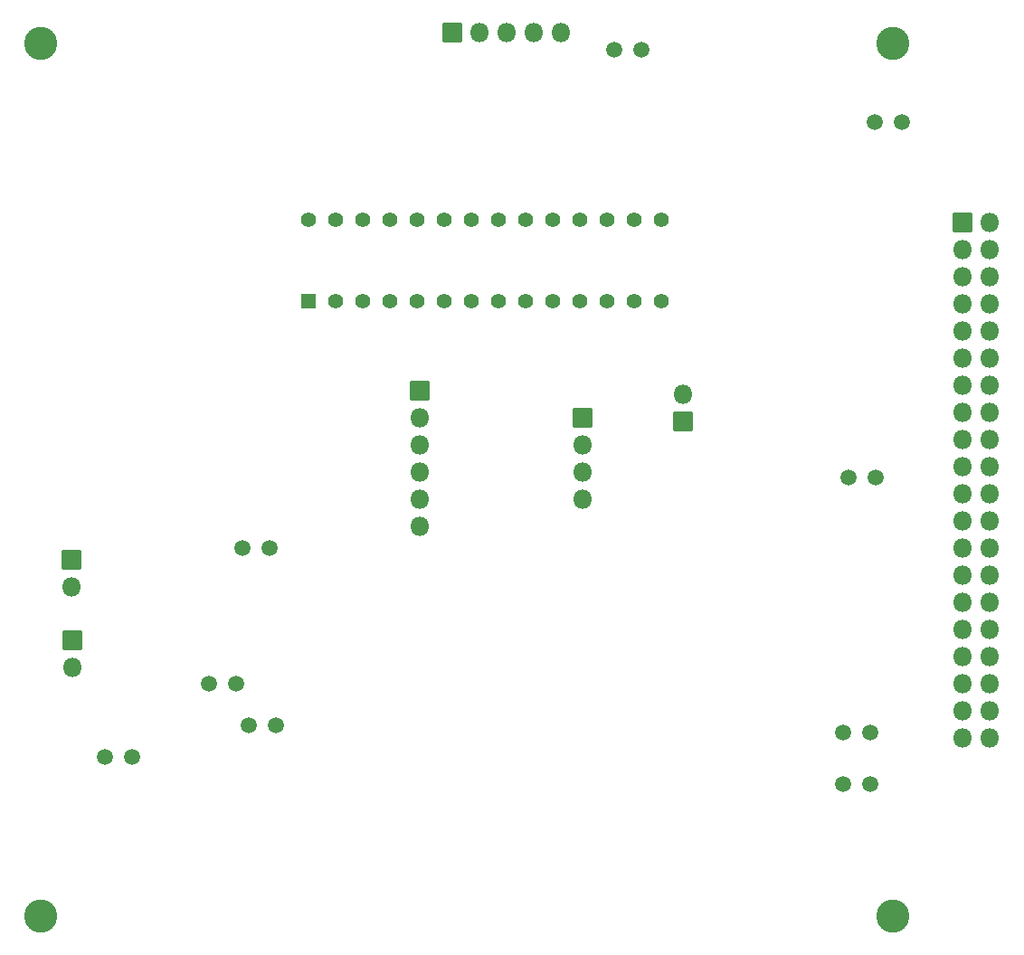
<source format=gbs>
%TF.GenerationSoftware,KiCad,Pcbnew,(6.0.1)*%
%TF.CreationDate,2022-03-21T02:34:04-06:00*%
%TF.ProjectId,ColoradoCUBE_Payload,436f6c6f-7261-4646-9f43-5542455f5061,rev?*%
%TF.SameCoordinates,Original*%
%TF.FileFunction,Soldermask,Bot*%
%TF.FilePolarity,Negative*%
%FSLAX46Y46*%
G04 Gerber Fmt 4.6, Leading zero omitted, Abs format (unit mm)*
G04 Created by KiCad (PCBNEW (6.0.1)) date 2022-03-21 02:34:04*
%MOMM*%
%LPD*%
G01*
G04 APERTURE LIST*
G04 Aperture macros list*
%AMRoundRect*
0 Rectangle with rounded corners*
0 $1 Rounding radius*
0 $2 $3 $4 $5 $6 $7 $8 $9 X,Y pos of 4 corners*
0 Add a 4 corners polygon primitive as box body*
4,1,4,$2,$3,$4,$5,$6,$7,$8,$9,$2,$3,0*
0 Add four circle primitives for the rounded corners*
1,1,$1+$1,$2,$3*
1,1,$1+$1,$4,$5*
1,1,$1+$1,$6,$7*
1,1,$1+$1,$8,$9*
0 Add four rect primitives between the rounded corners*
20,1,$1+$1,$2,$3,$4,$5,0*
20,1,$1+$1,$4,$5,$6,$7,0*
20,1,$1+$1,$6,$7,$8,$9,0*
20,1,$1+$1,$8,$9,$2,$3,0*%
G04 Aperture macros list end*
%ADD10C,1.501600*%
%ADD11RoundRect,0.050800X0.660400X-0.660400X0.660400X0.660400X-0.660400X0.660400X-0.660400X-0.660400X0*%
%ADD12C,1.422400*%
%ADD13RoundRect,0.050800X-0.850000X-0.850000X0.850000X-0.850000X0.850000X0.850000X-0.850000X0.850000X0*%
%ADD14O,1.801600X1.801600*%
%ADD15C,3.101600*%
%ADD16RoundRect,0.050800X0.850000X0.850000X-0.850000X0.850000X-0.850000X-0.850000X0.850000X-0.850000X0*%
%ADD17RoundRect,0.050800X0.850000X-0.850000X0.850000X0.850000X-0.850000X0.850000X-0.850000X-0.850000X0*%
G04 APERTURE END LIST*
D10*
X162306000Y-46863000D03*
X164846000Y-46863000D03*
D11*
X133731000Y-70358000D03*
D12*
X136271000Y-70358000D03*
X138811000Y-70358000D03*
X141351000Y-70358000D03*
X143891000Y-70358000D03*
X146431000Y-70358000D03*
X148971000Y-70358000D03*
X151511000Y-70358000D03*
X154051000Y-70358000D03*
X156591000Y-70358000D03*
X159131000Y-70358000D03*
X161671000Y-70358000D03*
X164211000Y-70358000D03*
X166751000Y-70358000D03*
X166751000Y-62738000D03*
X164211000Y-62738000D03*
X161671000Y-62738000D03*
X159131000Y-62738000D03*
X156591000Y-62738000D03*
X154051000Y-62738000D03*
X151511000Y-62738000D03*
X148971000Y-62738000D03*
X146431000Y-62738000D03*
X143891000Y-62738000D03*
X141351000Y-62738000D03*
X138811000Y-62738000D03*
X136271000Y-62738000D03*
X133731000Y-62738000D03*
D13*
X159385000Y-81280000D03*
D14*
X159385000Y-83820000D03*
X159385000Y-86360000D03*
X159385000Y-88900000D03*
D10*
X126980000Y-106172000D03*
X124440000Y-106172000D03*
D15*
X108683000Y-46230000D03*
D10*
X127528000Y-93472000D03*
X130068000Y-93472000D03*
D13*
X144145000Y-78740000D03*
D14*
X144145000Y-81280000D03*
X144145000Y-83820000D03*
X144145000Y-86360000D03*
X144145000Y-88900000D03*
X144145000Y-91440000D03*
D10*
X183769000Y-110744000D03*
X186309000Y-110744000D03*
X186690000Y-53594000D03*
X189230000Y-53594000D03*
D15*
X108683000Y-127930000D03*
D10*
X183769000Y-115570000D03*
X186309000Y-115570000D03*
D15*
X188383000Y-46230000D03*
D16*
X168783000Y-81666000D03*
D14*
X168783000Y-79126000D03*
D10*
X184277000Y-86868000D03*
X186817000Y-86868000D03*
X128143000Y-110109000D03*
X130683000Y-110109000D03*
X114681000Y-113030000D03*
X117221000Y-113030000D03*
D17*
X147193000Y-45212000D03*
D14*
X149733000Y-45212000D03*
X152273000Y-45212000D03*
X154813000Y-45212000D03*
X157353000Y-45212000D03*
D15*
X188383000Y-127930000D03*
D13*
X111633000Y-102108000D03*
D14*
X111633000Y-104648000D03*
D13*
X111506000Y-94615000D03*
D14*
X111506000Y-97155000D03*
D13*
X194945000Y-62992000D03*
D14*
X197485000Y-62992000D03*
X194945000Y-65532000D03*
X197485000Y-65532000D03*
X194945000Y-68072000D03*
X197485000Y-68072000D03*
X194945000Y-70612000D03*
X197485000Y-70612000D03*
X194945000Y-73152000D03*
X197485000Y-73152000D03*
X194945000Y-75692000D03*
X197485000Y-75692000D03*
X194945000Y-78232000D03*
X197485000Y-78232000D03*
X194945000Y-80772000D03*
X197485000Y-80772000D03*
X194945000Y-83312000D03*
X197485000Y-83312000D03*
X194945000Y-85852000D03*
X197485000Y-85852000D03*
X194945000Y-88392000D03*
X197485000Y-88392000D03*
X194945000Y-90932000D03*
X197485000Y-90932000D03*
X194945000Y-93472000D03*
X197485000Y-93472000D03*
X194945000Y-96012000D03*
X197485000Y-96012000D03*
X194945000Y-98552000D03*
X197485000Y-98552000D03*
X194945000Y-101092000D03*
X197485000Y-101092000D03*
X194945000Y-103632000D03*
X197485000Y-103632000D03*
X194945000Y-106172000D03*
X197485000Y-106172000D03*
X194945000Y-108712000D03*
X197485000Y-108712000D03*
X194945000Y-111252000D03*
X197485000Y-111252000D03*
M02*

</source>
